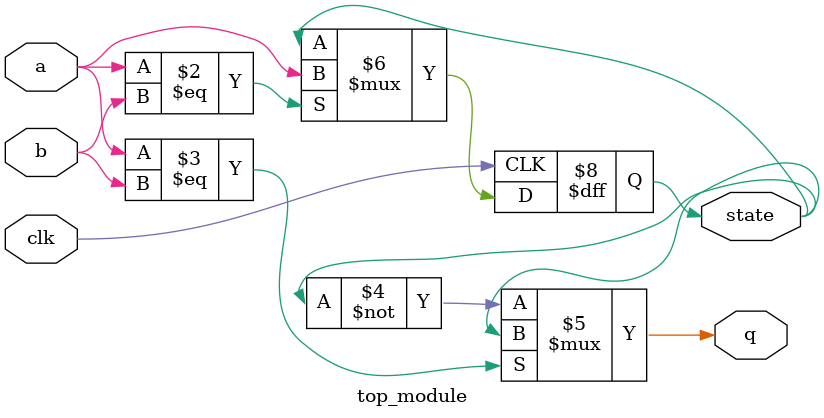
<source format=v>
module top_module (
    input clk,
    input a,
    input b,
    output q,
    output state  );
    
    always @(posedge clk)
        if (a==b)
            state <= a;
    
    assign q = (a==b) ? state : ~state;

endmodule

</source>
